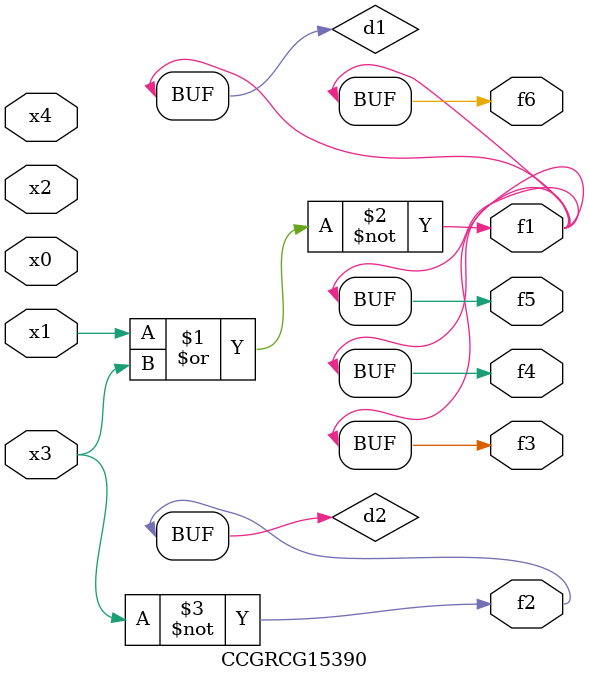
<source format=v>
module CCGRCG15390(
	input x0, x1, x2, x3, x4,
	output f1, f2, f3, f4, f5, f6
);

	wire d1, d2;

	nor (d1, x1, x3);
	not (d2, x3);
	assign f1 = d1;
	assign f2 = d2;
	assign f3 = d1;
	assign f4 = d1;
	assign f5 = d1;
	assign f6 = d1;
endmodule

</source>
